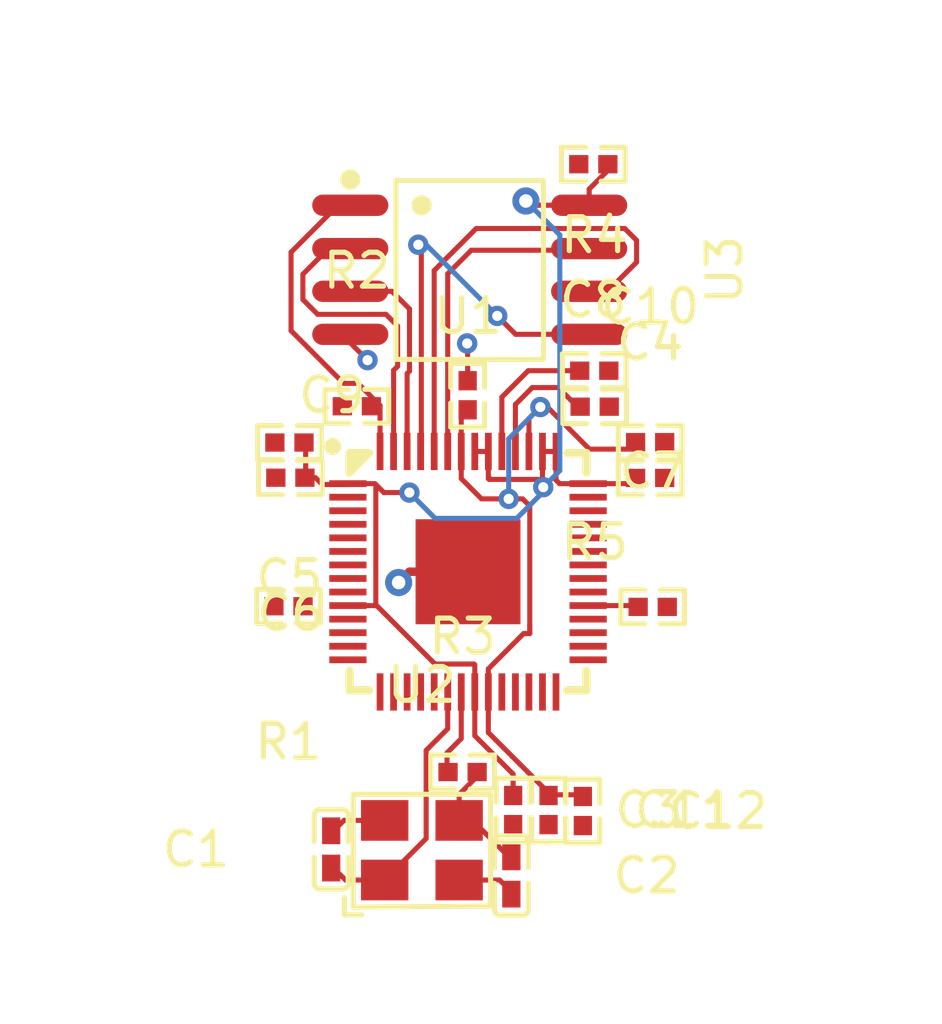
<source format=kicad_pcb>
(kicad_pcb (version 20241229) (generator "pcbnew") (generator_version "9.0")
  (layers (0 "F.Cu" signal) (2 "B.Cu" signal) (13 "F.Paste" user) (15 "B.Paste" user) (5 "F.SilkS" user "F.Silkscreen") (7 "B.SilkS" user "B.Silkscreen") (1 "F.Mask" user) (3 "B.Mask" user) (25 "Edge.Cuts" user))
  (net 0 "")
  (net 1 "cs")
  (net 2 "io1")
  (net 3 "io2")
  (net 4 "gnd")
  (net 5 "hv")
  (net 6 "io3")
  (net 7 "sck")
  (net 8 "io0")
  (net 9 "xout")
  (net 10 "out")
  (net 11 "cs-1")
  (net 12 "dp")
  (net 13 "dm")
  (net 14 "tx")
  (net 15 "osc-out")
  (net 16 "input")
  (net 17 "gpio0")
  (net 18 "gpio1")
  (net 19 "gpio2")
  (net 20 "gpio3")
  (net 21 "rx")
  (net 22 "sda")
  (net 23 "gpio6")
  (net 24 "gpio7")
  (net 25 "miso")
  (net 26 "scl")
  (net 27 "sck-1")
  (net 28 "mosi")
  (net 29 "gpio12")
  (net 30 "gpio13")
  (net 31 "gpio14")
  (net 32 "gpio15")
  (net 33 "hv-1")
  (net 34 "swclk")
  (net 35 "swdio")
  (net 36 "gpio16")
  (net 37 "gpio17")
  (net 38 "gpio18")
  (net 39 "gpio19")
  (net 40 "gpio22")
  (net 41 "gpio23")
  (net 42 "gpio24")
  (net 43 "gpio25")
  (net 44 "gpio26_a0")
  (net 45 "gpio27_a1")
  (net 46 "gpio28_a2")
  (net 47 "gpio29_a3")
  (net 48 "usb_dp")
  (net 49 "usb_dm")
  (footprint "atopile:C0402-b3ef17" (layer "F.Cu") (at 215.470099 56.743259 -90)
    (property "Reference" "C2" (at 0 -4 0) (layer "F.SilkS"))
    (property "Value" "20pF ±5% 50V C0G")
    (fp_line (start -0.23 0.5) (end -1.02 0.5) (stroke (width 0.15)) (layer "F.SilkS"))
    (fp_line (start 0.23 0.5) (end 1.02 0.5) (stroke (width 0.15)) (layer "F.SilkS"))
    (fp_line (start -1.17 0.35) (end -1.17 -0.35) (stroke (width 0.15)) (layer "F.SilkS"))
    (fp_line (start 1.17 0.35) (end 1.17 -0.35) (stroke (width 0.15)) (layer "F.SilkS"))
    (fp_line (start -1.02 -0.5) (end -0.23 -0.5) (stroke (width 0.15)) (layer "F.SilkS"))
    (fp_line (start 1.02 -0.5) (end 0.23 -0.5) (stroke (width 0.15)) (layer "F.SilkS"))
    (fp_arc (start -1.02 0.5) (mid -1.126066 0.456066) (end -1.17 0.35) (stroke (width 0.15)) (layer "F.SilkS"))
    (fp_arc (start 1.17 0.35) (mid 1.126066 0.456066) (end 1.02 0.5) (stroke (width 0.15)) (layer "F.SilkS"))
    (fp_arc (start -1.17 -0.35) (mid -1.126066 -0.456066) (end -1.02 -0.5) (stroke (width 0.15)) (layer "F.SilkS"))
    (fp_arc (start 1.02 -0.5) (mid 1.126066 -0.456066) (end 1.17 -0.35) (stroke (width 0.15)) (layer "F.SilkS"))
    (fp_text user "${REFERENCE}" (at 0 -4 0) (layer "F.SilkS"))
    (pad "1" smd rect (at -0.55 0 270) (size 0.79 0.54) (layers "F.Cu" "F.Mask" "F.Paste") (net 15 "osc-out"))
    (pad "2" smd rect (at 0.55 0 270) (size 0.79 0.54) (layers "F.Cu" "F.Mask" "F.Paste") (net 4 "gnd"))
  )
  (footprint "atopile:C0402-b3ef17" (layer "F.Cu") (at 210.145978 55.97333 90)
    (property "Reference" "C1" (at 0 -4 0) (layer "F.SilkS"))
    (property "Value" "20pF ±5% 50V C0G")
    (fp_line (start 1.02 -0.5) (end 0.23 -0.5) (stroke (width 0.15)) (layer "F.SilkS"))
    (fp_line (start -1.02 -0.5) (end -0.23 -0.5) (stroke (width 0.15)) (layer "F.SilkS"))
    (fp_line (start 1.17 0.35) (end 1.17 -0.35) (stroke (width 0.15)) (layer "F.SilkS"))
    (fp_line (start -1.17 0.35) (end -1.17 -0.35) (stroke (width 0.15)) (layer "F.SilkS"))
    (fp_line (start 0.23 0.5) (end 1.02 0.5) (stroke (width 0.15)) (layer "F.SilkS"))
    (fp_line (start -0.23 0.5) (end -1.02 0.5) (stroke (width 0.15)) (layer "F.SilkS"))
    (fp_arc (start 1.02 -0.5) (mid 1.126066 -0.456066) (end 1.17 -0.35) (stroke (width 0.15)) (layer "F.SilkS"))
    (fp_arc (start -1.17 -0.35) (mid -1.126066 -0.456066) (end -1.02 -0.5) (stroke (width 0.15)) (layer "F.SilkS"))
    (fp_arc (start 1.17 0.35) (mid 1.126066 0.456066) (end 1.02 0.5) (stroke (width 0.15)) (layer "F.SilkS"))
    (fp_arc (start -1.02 0.5) (mid -1.126066 0.456066) (end -1.17 0.35) (stroke (width 0.15)) (layer "F.SilkS"))
    (fp_text user "${REFERENCE}" (at 0 -4 0) (layer "F.SilkS"))
    (pad "1" smd rect (at -0.55 0 90) (size 0.79 0.54) (layers "F.Cu" "F.Mask" "F.Paste") (net 16 "input"))
    (pad "2" smd rect (at 0.55 0 90) (size 0.79 0.54) (layers "F.Cu" "F.Mask" "F.Paste") (net 4 "gnd"))
  )
  (footprint "lib:R0402" (layer "F.Cu") (at 215.522494 54.811118 -90)
    (property "Reference" "C3" (at 0 -4 0) (layer "F.SilkS"))
    (property "Value" "100nF ±10% 16V X7R")
    (fp_line (start -0.94 0.5) (end -0.94 -0.5) (stroke (width 0.15)) (layer "F.SilkS"))
    (fp_line (start -0.23 0.5) (end -0.94 0.5) (stroke (width 0.15)) (layer "F.SilkS"))
    (fp_line (start 0.23 0.5) (end 0.94 0.5) (stroke (width 0.15)) (layer "F.SilkS"))
    (fp_line (start 0.94 0.5) (end 0.94 -0.5) (stroke (width 0.15)) (layer "F.SilkS"))
    (fp_line (start -0.94 -0.5) (end -0.23 -0.5) (stroke (width 0.15)) (layer "F.SilkS"))
    (fp_line (start 0.94 -0.5) (end 0.23 -0.5) (stroke (width 0.15)) (layer "F.SilkS"))
    (fp_text user "${REFERENCE}" (at 0 -4 0) (layer "F.SilkS"))
    (pad "1" smd rect (at -0.43 0 270) (size 0.57 0.54) (layers "F.Cu" "F.Mask" "F.Paste") (net 5 "hv"))
    (pad "2" smd rect (at 0.43 0 270) (size 0.57 0.54) (layers "F.Cu" "F.Mask" "F.Paste") (net 4 "gnd"))
  )
  (footprint "atopile:R0402-56259e" (layer "F.Cu") (at 208.882969 48.794128 180)
    (property "Reference" "R1" (at 0 -4 0) (layer "F.SilkS"))
    (property "Value" "10kΩ ±1% 62.5mW")
    (fp_line (start 0.94 0.5) (end 0.94 -0.5) (stroke (width 0.15)) (layer "F.SilkS"))
    (fp_line (start 0.94 -0.5) (end 0.23 -0.5) (stroke (width 0.15)) (layer "F.SilkS"))
    (fp_line (start 0.23 0.5) (end 0.94 0.5) (stroke (width 0.15)) (layer "F.SilkS"))
    (fp_line (start -0.23 0.5) (end -0.94 0.5) (stroke (width 0.15)) (layer "F.SilkS"))
    (fp_line (start -0.94 0.5) (end -0.94 -0.5) (stroke (width 0.15)) (layer "F.SilkS"))
    (fp_line (start -0.94 -0.5) (end -0.23 -0.5) (stroke (width 0.15)) (layer "F.SilkS"))
    (fp_text user "${REFERENCE}" (at 0 -4 0) (layer "F.SilkS"))
    (pad "1" smd rect (at -0.43 0 180) (size 0.57 0.54) (layers "F.Cu" "F.Mask" "F.Paste") (net 5 "hv"))
    (pad "2" smd rect (at 0.43 0 180) (size 0.57 0.54) (layers "F.Cu" "F.Mask" "F.Paste") (net 10 "out"))
  )
  (footprint "lib:R0402" (layer "F.Cu") (at 208.94019 44.999749 180)
    (property "Reference" "C6" (at 0 -4 0) (layer "F.SilkS"))
    (property "Value" "100nF ±10% 16V X7R")
    (fp_line (start 0.94 0.5) (end 0.94 -0.5) (stroke (width 0.15)) (layer "F.SilkS"))
    (fp_line (start 0.94 -0.5) (end 0.23 -0.5) (stroke (width 0.15)) (layer "F.SilkS"))
    (fp_line (start 0.23 0.5) (end 0.94 0.5) (stroke (width 0.15)) (layer "F.SilkS"))
    (fp_line (start -0.23 0.5) (end -0.94 0.5) (stroke (width 0.15)) (layer "F.SilkS"))
    (fp_line (start -0.94 0.5) (end -0.94 -0.5) (stroke (width 0.15)) (layer "F.SilkS"))
    (fp_line (start -0.94 -0.5) (end -0.23 -0.5) (stroke (width 0.15)) (layer "F.SilkS"))
    (fp_text user "${REFERENCE}" (at 0 -4 0) (layer "F.SilkS"))
    (pad "1" smd rect (at -0.43 0 180) (size 0.57 0.54) (layers "F.Cu" "F.Mask" "F.Paste") (net 5 "hv"))
    (pad "2" smd rect (at 0.43 0 180) (size 0.57 0.54) (layers "F.Cu" "F.Mask" "F.Paste") (net 4 "gnd"))
  )
  (footprint "lib:R0402" (layer "F.Cu") (at 219.572229 43.949483)
    (property "Reference" "C10" (at 0 -4 0) (layer "F.SilkS"))
    (property "Value" "100nF ±10% 16V X7R")
    (fp_line (start -0.94 -0.5) (end -0.23 -0.5) (stroke (width 0.15)) (layer "F.SilkS"))
    (fp_line (start -0.94 0.5) (end -0.94 -0.5) (stroke (width 0.15)) (layer "F.SilkS"))
    (fp_line (start -0.23 0.5) (end -0.94 0.5) (stroke (width 0.15)) (layer "F.SilkS"))
    (fp_line (start 0.23 0.5) (end 0.94 0.5) (stroke (width 0.15)) (layer "F.SilkS"))
    (fp_line (start 0.94 -0.5) (end 0.23 -0.5) (stroke (width 0.15)) (layer "F.SilkS"))
    (fp_line (start 0.94 0.5) (end 0.94 -0.5) (stroke (width 0.15)) (layer "F.SilkS"))
    (fp_text user "${REFERENCE}" (at 0 -4 0) (layer "F.SilkS"))
    (pad "1" smd rect (at -0.43 0) (size 0.57 0.54) (layers "F.Cu" "F.Mask" "F.Paste") (net 33 "hv-1"))
    (pad "2" smd rect (at 0.43 0) (size 0.57 0.54) (layers "F.Cu" "F.Mask" "F.Paste") (net 4 "gnd"))
  )
  (footprint "lib:R0402" (layer "F.Cu") (at 219.572229 45.006223)
    (property "Reference" "C4" (at 0 -4 0) (layer "F.SilkS"))
    (property "Value" "100nF ±10% 16V X7R")
    (fp_line (start -0.94 -0.5) (end -0.23 -0.5) (stroke (width 0.15)) (layer "F.SilkS"))
    (fp_line (start -0.94 0.5) (end -0.94 -0.5) (stroke (width 0.15)) (layer "F.SilkS"))
    (fp_line (start -0.23 0.5) (end -0.94 0.5) (stroke (width 0.15)) (layer "F.SilkS"))
    (fp_line (start 0.23 0.5) (end 0.94 0.5) (stroke (width 0.15)) (layer "F.SilkS"))
    (fp_line (start 0.94 -0.5) (end 0.23 -0.5) (stroke (width 0.15)) (layer "F.SilkS"))
    (fp_line (start 0.94 0.5) (end 0.94 -0.5) (stroke (width 0.15)) (layer "F.SilkS"))
    (fp_text user "${REFERENCE}" (at 0 -4 0) (layer "F.SilkS"))
    (pad "1" smd rect (at -0.43 0) (size 0.57 0.54) (layers "F.Cu" "F.Mask" "F.Paste") (net 5 "hv"))
    (pad "2" smd rect (at 0.43 0) (size 0.57 0.54) (layers "F.Cu" "F.Mask" "F.Paste") (net 4 "gnd"))
  )
  (footprint "lib:R0402" (layer "F.Cu") (at 216.569449 54.811118 -90)
    (property "Reference" "C11" (at 0 -4 0) (layer "F.SilkS"))
    (property "Value" "100nF ±10% 16V X7R")
    (fp_line (start -0.94 0.5) (end -0.94 -0.5) (stroke (width 0.15)) (layer "F.SilkS"))
    (fp_line (start -0.23 0.5) (end -0.94 0.5) (stroke (width 0.15)) (layer "F.SilkS"))
    (fp_line (start 0.23 0.5) (end 0.94 0.5) (stroke (width 0.15)) (layer "F.SilkS"))
    (fp_line (start 0.94 0.5) (end 0.94 -0.5) (stroke (width 0.15)) (layer "F.SilkS"))
    (fp_line (start -0.94 -0.5) (end -0.23 -0.5) (stroke (width 0.15)) (layer "F.SilkS"))
    (fp_line (start 0.94 -0.5) (end 0.23 -0.5) (stroke (width 0.15)) (layer "F.SilkS"))
    (fp_text user "${REFERENCE}" (at 0 -4 0) (layer "F.SilkS"))
    (pad "1" smd rect (at -0.43 0 270) (size 0.57 0.54) (layers "F.Cu" "F.Mask" "F.Paste") (net 33 "hv-1"))
    (pad "2" smd rect (at 0.43 0 270) (size 0.57 0.54) (layers "F.Cu" "F.Mask" "F.Paste") (net 4 "gnd"))
  )
  (footprint "lib:R0402" (layer "F.Cu") (at 217.583653 54.839553 -90)
    (property "Reference" "C12" (at 0 -4 0) (layer "F.SilkS"))
    (property "Value" "1µF ±10% 16V X5R")
    (fp_line (start -0.94 0.5) (end -0.94 -0.5) (stroke (width 0.15)) (layer "F.SilkS"))
    (fp_line (start -0.23 0.5) (end -0.94 0.5) (stroke (width 0.15)) (layer "F.SilkS"))
    (fp_line (start 0.23 0.5) (end 0.94 0.5) (stroke (width 0.15)) (layer "F.SilkS"))
    (fp_line (start 0.94 0.5) (end 0.94 -0.5) (stroke (width 0.15)) (layer "F.SilkS"))
    (fp_line (start -0.94 -0.5) (end -0.23 -0.5) (stroke (width 0.15)) (layer "F.SilkS"))
    (fp_line (start 0.94 -0.5) (end 0.23 -0.5) (stroke (width 0.15)) (layer "F.SilkS"))
    (fp_text user "${REFERENCE}" (at 0 -4 0) (layer "F.SilkS"))
    (pad "1" smd rect (at -0.43 0 270) (size 0.57 0.54) (layers "F.Cu" "F.Mask" "F.Paste") (net 33 "hv-1"))
    (pad "2" smd rect (at 0.43 0 270) (size 0.57 0.54) (layers "F.Cu" "F.Mask" "F.Paste") (net 4 "gnd"))
  )
  (footprint "lib:R0402" (layer "F.Cu") (at 208.912154 43.961023 180)
    (property "Reference" "C5" (at 0 -4 0) (layer "F.SilkS"))
    (property "Value" "100nF ±10% 16V X7R")
    (fp_line (start 0.94 0.5) (end 0.94 -0.5) (stroke (width 0.15)) (layer "F.SilkS"))
    (fp_line (start 0.94 -0.5) (end 0.23 -0.5) (stroke (width 0.15)) (layer "F.SilkS"))
    (fp_line (start 0.23 0.5) (end 0.94 0.5) (stroke (width 0.15)) (layer "F.SilkS"))
    (fp_line (start -0.23 0.5) (end -0.94 0.5) (stroke (width 0.15)) (layer "F.SilkS"))
    (fp_line (start -0.94 0.5) (end -0.94 -0.5) (stroke (width 0.15)) (layer "F.SilkS"))
    (fp_line (start -0.94 -0.5) (end -0.23 -0.5) (stroke (width 0.15)) (layer "F.SilkS"))
    (fp_text user "${REFERENCE}" (at 0 -4 0) (layer "F.SilkS"))
    (pad "1" smd rect (at -0.43 0 180) (size 0.57 0.54) (layers "F.Cu" "F.Mask" "F.Paste") (net 5 "hv"))
    (pad "2" smd rect (at 0.43 0 180) (size 0.57 0.54) (layers "F.Cu" "F.Mask" "F.Paste") (net 4 "gnd"))
  )
  (footprint "atopile:R0402-56259e" (layer "F.Cu") (at 214.029061 53.688372)
    (property "Reference" "R3" (at 0 -4 0) (layer "F.SilkS"))
    (property "Value" "1kΩ ±1% 62.5mW")
    (fp_line (start -0.94 -0.5) (end -0.23 -0.5) (stroke (width 0.15)) (layer "F.SilkS"))
    (fp_line (start -0.94 0.5) (end -0.94 -0.5) (stroke (width 0.15)) (layer "F.SilkS"))
    (fp_line (start -0.23 0.5) (end -0.94 0.5) (stroke (width 0.15)) (layer "F.SilkS"))
    (fp_line (start 0.23 0.5) (end 0.94 0.5) (stroke (width 0.15)) (layer "F.SilkS"))
    (fp_line (start 0.94 -0.5) (end 0.23 -0.5) (stroke (width 0.15)) (layer "F.SilkS"))
    (fp_line (start 0.94 0.5) (end 0.94 -0.5) (stroke (width 0.15)) (layer "F.SilkS"))
    (fp_text user "${REFERENCE}" (at 0 -4 0) (layer "F.SilkS"))
    (pad "1" smd rect (at -0.43 0) (size 0.57 0.54) (layers "F.Cu" "F.Mask" "F.Paste") (net 9 "xout"))
    (pad "2" smd rect (at 0.43 0) (size 0.57 0.54) (layers "F.Cu" "F.Mask" "F.Paste") (net 15 "osc-out"))
  )
  (footprint "atopile:R0402-56259e" (layer "F.Cu") (at 217.933285 42.902631 180)
    (property "Reference" "R5" (at 0 -4 0) (layer "F.SilkS"))
    (property "Value" "27Ω ±1% 62.5mW")
    (fp_line (start 0.94 0.5) (end 0.94 -0.5) (stroke (width 0.15)) (layer "F.SilkS"))
    (fp_line (start 0.94 -0.5) (end 0.23 -0.5) (stroke (width 0.15)) (layer "F.SilkS"))
    (fp_line (start 0.23 0.5) (end 0.94 0.5) (stroke (width 0.15)) (layer "F.SilkS"))
    (fp_line (start -0.23 0.5) (end -0.94 0.5) (stroke (width 0.15)) (layer "F.SilkS"))
    (fp_line (start -0.94 0.5) (end -0.94 -0.5) (stroke (width 0.15)) (layer "F.SilkS"))
    (fp_line (start -0.94 -0.5) (end -0.23 -0.5) (stroke (width 0.15)) (layer "F.SilkS"))
    (fp_text user "${REFERENCE}" (at 0 -4 0) (layer "F.SilkS"))
    (pad "1" smd rect (at -0.43 0 180) (size 0.57 0.54) (layers "F.Cu" "F.Mask" "F.Paste") (net 13 "dm"))
    (pad "2" smd rect (at 0.43 0 180) (size 0.57 0.54) (layers "F.Cu" "F.Mask" "F.Paste") (net 49 "usb_dm"))
  )
  (footprint "atopile:R0402-56259e" (layer "F.Cu") (at 217.920329 41.840176)
    (property "Reference" "R4" (at 0 -4 0) (layer "F.SilkS"))
    (property "Value" "27Ω ±1% 62.5mW")
    (fp_line (start -0.94 -0.5) (end -0.23 -0.5) (stroke (width 0.15)) (layer "F.SilkS"))
    (fp_line (start -0.94 0.5) (end -0.94 -0.5) (stroke (width 0.15)) (layer "F.SilkS"))
    (fp_line (start -0.23 0.5) (end -0.94 0.5) (stroke (width 0.15)) (layer "F.SilkS"))
    (fp_line (start 0.23 0.5) (end 0.94 0.5) (stroke (width 0.15)) (layer "F.SilkS"))
    (fp_line (start 0.94 -0.5) (end 0.23 -0.5) (stroke (width 0.15)) (layer "F.SilkS"))
    (fp_line (start 0.94 0.5) (end 0.94 -0.5) (stroke (width 0.15)) (layer "F.SilkS"))
    (fp_text user "${REFERENCE}" (at 0 -4 0) (layer "F.SilkS"))
    (pad "1" smd rect (at -0.43 0) (size 0.57 0.54) (layers "F.Cu" "F.Mask" "F.Paste") (net 48 "usb_dp"))
    (pad "2" smd rect (at 0.43 0) (size 0.57 0.54) (layers "F.Cu" "F.Mask" "F.Paste") (net 12 "dp"))
  )
  (footprint "lib:OSC-SMD_4P-L3.2-W2.5-BL" (layer "F.Cu") (at 212.827034 55.996559)
    (property "Reference" "U2" (at 0 -4.88 0) (layer "F.SilkS"))
    (property "Value" "")
    (fp_line (start -2.29 1.4) (end -2.29 1.91) (stroke (width 0.15)) (layer "F.SilkS"))
    (fp_line (start -2.29 1.91) (end -1.78 1.91) (stroke (width 0.15)) (layer "F.SilkS"))
    (fp_line (start -2.03 -1.65) (end 2.03 -1.65) (stroke (width 0.15)) (layer "F.SilkS"))
    (fp_line (start -2.03 1.68) (end -2.03 -1.65) (stroke (width 0.15)) (layer "F.SilkS"))
    (fp_line (start 2.03 -1.65) (end 2.03 0) (stroke (width 0.15)) (layer "F.SilkS"))
    (fp_line (start 2.03 0) (end 2.03 1.65) (stroke (width 0.15)) (layer "F.SilkS"))
    (fp_line (start 2.03 1.65) (end -2.03 1.68) (stroke (width 0.15)) (layer "F.SilkS"))
    (fp_line (start 2.03 1.65) (end 2.03 1.65) (stroke (width 0.15)) (layer "F.SilkS"))
    (pad "1" smd rect (at -1.1 0.88) (size 1.4 1.2) (layers "F.Cu" "F.Mask" "F.Paste") (net 16 "input"))
    (pad "2" smd rect (at 1.1 0.88) (size 1.4 1.2) (layers "F.Cu" "F.Mask" "F.Paste") (net 4 "gnd"))
    (pad "3" smd rect (at 1.1 -0.88) (size 1.4 1.2) (layers "F.Cu" "F.Mask" "F.Paste") (net 15 "osc-out"))
    (pad "4" smd rect (at -1.1 -0.88) (size 1.4 1.2) (layers "F.Cu" "F.Mask" "F.Paste") (net 4 "gnd"))
  )
  (footprint "lib:R0402" (layer "F.Cu") (at 219.647836 48.812532)
    (property "Reference" "C7" (at 0 -4 0) (layer "F.SilkS"))
    (property "Value" "100nF ±10% 16V X7R")
    (fp_line (start -0.94 -0.5) (end -0.23 -0.5) (stroke (width 0.15)) (layer "F.SilkS"))
    (fp_line (start -0.94 0.5) (end -0.94 -0.5) (stroke (width 0.15)) (layer "F.SilkS"))
    (fp_line (start -0.23 0.5) (end -0.94 0.5) (stroke (width 0.15)) (layer "F.SilkS"))
    (fp_line (start 0.23 0.5) (end 0.94 0.5) (stroke (width 0.15)) (layer "F.SilkS"))
    (fp_line (start 0.94 -0.5) (end 0.23 -0.5) (stroke (width 0.15)) (layer "F.SilkS"))
    (fp_line (start 0.94 0.5) (end 0.94 -0.5) (stroke (width 0.15)) (layer "F.SilkS"))
    (fp_text user "${REFERENCE}" (at 0 -4 0) (layer "F.SilkS"))
    (pad "1" smd rect (at -0.43 0) (size 0.57 0.54) (layers "F.Cu" "F.Mask" "F.Paste") (net 5 "hv"))
    (pad "2" smd rect (at 0.43 0) (size 0.57 0.54) (layers "F.Cu" "F.Mask" "F.Paste") (net 4 "gnd"))
  )
  (footprint "lib:LQFN-56_L7.0-W7.0-P0.4-EP" (layer "F.Cu") (at 214.19 47.775)
    (property "Reference" "U1" (at 0 -7.55 0) (layer "F.SilkS"))
    (property "Value" "")
    (fp_line (start -3.5 -3.5) (end -2.93 -3.5) (stroke (width 0.25)) (layer "F.SilkS"))
    (fp_line (start -3.5 -2.93) (end -3.5 -3.5) (stroke (width 0.25)) (layer "F.SilkS"))
    (fp_line (start -3.5 -2.93) (end -2.93 -3.5) (stroke (width 0.25)) (layer "F.SilkS"))
    (fp_line (start -3.5 3.5) (end -3.5 2.93) (stroke (width 0.25)) (layer "F.SilkS"))
    (fp_line (start -3.4 3.5) (end -3.5 3.5) (stroke (width 0.25)) (layer "F.SilkS"))
    (fp_line (start -3.24 -3.5) (end -3.24 -3.4) (stroke (width 0.25)) (layer "F.SilkS"))
    (fp_line (start -3.24 -3.4) (end -3.5 -3.14) (stroke (width 0.25)) (layer "F.SilkS"))
    (fp_line (start -2.93 3.5) (end -3.4 3.5) (stroke (width 0.25)) (layer "F.SilkS"))
    (fp_line (start 2.93 -3.5) (end 3.5 -3.5) (stroke (width 0.25)) (layer "F.SilkS"))
    (fp_line (start 3.5 -3.5) (end 3.5 -2.93) (stroke (width 0.25)) (layer "F.SilkS"))
    (fp_line (start 3.5 2.93) (end 3.5 3.5) (stroke (width 0.25)) (layer "F.SilkS"))
    (fp_line (start 3.5 3.5) (end 2.93 3.5) (stroke (width 0.25)) (layer "F.SilkS"))
    (fp_circle (center -4 -3.7) (end -3.87 -3.7) (stroke (width 0.25)) (fill no) (layer "F.SilkS"))
    (pad "1" smd rect (at -3.55 -2.6) (size 1.1 0.2) (layers "F.Cu" "F.Mask" "F.Paste") (net 5 "hv"))
    (pad "2" smd rect (at -3.55 -2.2) (size 1.1 0.2) (layers "F.Cu" "F.Mask" "F.Paste") (net 17 "gpio0"))
    (pad "3" smd rect (at -3.55 -1.8) (size 1.1 0.2) (layers "F.Cu" "F.Mask" "F.Paste") (net 18 "gpio1"))
    (pad "4" smd rect (at -3.55 -1.4) (size 1.1 0.2) (layers "F.Cu" "F.Mask" "F.Paste") (net 19 "gpio2"))
    (pad "5" smd rect (at -3.55 -1) (size 1.1 0.2) (layers "F.Cu" "F.Mask" "F.Paste") (net 20 "gpio3"))
    (pad "6" smd rect (at -3.55 -0.6) (size 1.1 0.2) (layers "F.Cu" "F.Mask" "F.Paste") (net 14 "tx"))
    (pad "7" smd rect (at -3.55 -0.2) (size 1.1 0.2) (layers "F.Cu" "F.Mask" "F.Paste") (net 21 "rx"))
    (pad "8" smd rect (at -3.55 0.2) (size 1.1 0.2) (layers "F.Cu" "F.Mask" "F.Paste") (net 23 "gpio6"))
    (pad "9" smd rect (at -3.55 0.6) (size 1.1 0.2) (layers "F.Cu" "F.Mask" "F.Paste") (net 24 "gpio7"))
    (pad "10" smd rect (at -3.55 1) (size 1.1 0.2) (layers "F.Cu" "F.Mask" "F.Paste") (net 5 "hv"))
    (pad "11" smd rect (at -3.55 1.4) (size 1.1 0.2) (layers "F.Cu" "F.Mask" "F.Paste") (net 25 "miso"))
    (pad "12" smd rect (at -3.55 1.8) (size 1.1 0.2) (layers "F.Cu" "F.Mask" "F.Paste") (net 11 "cs-1"))
    (pad "13" smd rect (at -3.55 2.2) (size 1.1 0.2) (layers "F.Cu" "F.Mask" "F.Paste") (net 7 "sck"))
    (pad "14" smd rect (at -3.55 2.6) (size 1.1 0.2) (layers "F.Cu" "F.Mask" "F.Paste") (net 28 "mosi"))
    (pad "15" smd rect (at -2.6 3.55 90) (size 1.1 0.2) (layers "F.Cu" "F.Mask" "F.Paste") (net 29 "gpio12"))
    (pad "16" smd rect (at -2.2 3.55 90) (size 1.1 0.2) (layers "F.Cu" "F.Mask" "F.Paste") (net 30 "gpio13"))
    (pad "17" smd rect (at -1.8 3.55 90) (size 1.1 0.2) (layers "F.Cu" "F.Mask" "F.Paste") (net 31 "gpio14"))
    (pad "18" smd rect (at -1.4 3.55 90) (size 1.1 0.2) (layers "F.Cu" "F.Mask" "F.Paste") (net 32 "gpio15"))
    (pad "19" smd rect (at -1 3.55 90) (size 1.1 0.2) (layers "F.Cu" "F.Mask" "F.Paste") (net 4 "gnd"))
    (pad "20" smd rect (at -0.6 3.55 90) (size 1.1 0.2) (layers "F.Cu" "F.Mask" "F.Paste") (net 16 "input"))
    (pad "21" smd rect (at -0.2 3.55 90) (size 1.1 0.2) (layers "F.Cu" "F.Mask" "F.Paste") (net 9 "xout"))
    (pad "22" smd rect (at 0.2 3.55 90) (size 1.1 0.2) (layers "F.Cu" "F.Mask" "F.Paste") (net 5 "hv"))
    (pad "23" smd rect (at 0.6 3.55 90) (size 1.1 0.2) (layers "F.Cu" "F.Mask" "F.Paste") (net 33 "hv-1"))
    (pad "24" smd rect (at 1 3.55 90) (size 1.1 0.2) (layers "F.Cu" "F.Mask" "F.Paste") (net 34 "swclk"))
    (pad "25" smd rect (at 1.4 3.55 90) (size 1.1 0.2) (layers "F.Cu" "F.Mask" "F.Paste") (net 35 "swdio"))
    (pad "26" smd rect (at 1.8 3.55 90) (size 1.1 0.2) (layers "F.Cu" "F.Mask" "F.Paste") (net 10 "out"))
    (pad "27" smd rect (at 2.2 3.55 90) (size 1.1 0.2) (layers "F.Cu" "F.Mask" "F.Paste") (net 36 "gpio16"))
    (pad "28" smd rect (at 2.6 3.55 90) (size 1.1 0.2) (layers "F.Cu" "F.Mask" "F.Paste") (net 37 "gpio17"))
    (pad "29" smd rect (at 3.55 2.6 180) (size 1.1 0.2) (layers "F.Cu" "F.Mask" "F.Paste") (net 38 "gpio18"))
    (pad "30" smd rect (at 3.55 2.2 180) (size 1.1 0.2) (layers "F.Cu" "F.Mask" "F.Paste") (net 39 "gpio19"))
    (pad "31" smd rect (at 3.55 1.8 180) (size 1.1 0.2) (layers "F.Cu" "F.Mask" "F.Paste") (net 22 "sda"))
    (pad "32" smd rect (at 3.55 1.4 180) (size 1.1 0.2) (layers "F.Cu" "F.Mask" "F.Paste") (net 26 "scl"))
    (pad "33" smd rect (at 3.55 1 180) (size 1.1 0.2) (layers "F.Cu" "F.Mask" "F.Paste") (net 5 "hv"))
    (pad "34" smd rect (at 3.55 0.6 180) (size 1.1 0.2) (layers "F.Cu" "F.Mask" "F.Paste") (net 40 "gpio22"))
    (pad "35" smd rect (at 3.55 0.2 180) (size 1.1 0.2) (layers "F.Cu" "F.Mask" "F.Paste") (net 41 "gpio23"))
    (pad "36" smd rect (at 3.55 -0.2 180) (size 1.1 0.2) (layers "F.Cu" "F.Mask" "F.Paste") (net 42 "gpio24"))
    (pad "37" smd rect (at 3.55 -0.6 180) (size 1.1 0.2) (layers "F.Cu" "F.Mask" "F.Paste") (net 43 "gpio25"))
    (pad "38" smd rect (at 3.55 -1 180) (size 1.1 0.2) (layers "F.Cu" "F.Mask" "F.Paste") (net 44 "gpio26_a0"))
    (pad "39" smd rect (at 3.55 -1.4 180) (size 1.1 0.2) (layers "F.Cu" "F.Mask" "F.Paste") (net 45 "gpio27_a1"))
    (pad "40" smd rect (at 3.55 -1.8 180) (size 1.1 0.2) (layers "F.Cu" "F.Mask" "F.Paste") (net 46 "gpio28_a2"))
    (pad "41" smd rect (at 3.55 -2.2 180) (size 1.1 0.2) (layers "F.Cu" "F.Mask" "F.Paste") (net 47 "gpio29_a3"))
    (pad "42" smd rect (at 3.55 -2.6 180) (size 1.1 0.2) (layers "F.Cu" "F.Mask" "F.Paste") (net 5 "hv"))
    (pad "43" smd rect (at 2.6 -3.55 270) (size 1.1 0.2) (layers "F.Cu" "F.Mask" "F.Paste") (net 5 "hv"))
    (pad "44" smd rect (at 2.2 -3.55 270) (size 1.1 0.2) (layers "F.Cu" "F.Mask" "F.Paste") (net 5 "hv"))
    (pad "45" smd rect (at 1.8 -3.55 270) (size 1.1 0.2) (layers "F.Cu" "F.Mask" "F.Paste") (net 33 "hv-1"))
    (pad "46" smd rect (at 1.4 -3.55 270) (size 1.1 0.2) (layers "F.Cu" "F.Mask" "F.Paste") (net 49 "usb_dm"))
    (pad "47" smd rect (at 1 -3.55 270) (size 1.1 0.2) (layers "F.Cu" "F.Mask" "F.Paste") (net 48 "usb_dp"))
    (pad "48" smd rect (at 0.6 -3.55 270) (size 1.1 0.2) (layers "F.Cu" "F.Mask" "F.Paste") (net 5 "hv"))
    (pad "49" smd rect (at 0.2 -3.55 270) (size 1.1 0.2) (layers "F.Cu" "F.Mask" "F.Paste") (net 5 "hv"))
    (pad "50" smd rect (at -0.2 -3.55 270) (size 1.1 0.2) (layers "F.Cu" "F.Mask" "F.Paste") (net 33 "hv-1"))
    (pad "51" smd rect (at -0.6 -3.55 270) (size 1.1 0.2) (layers "F.Cu" "F.Mask" "F.Paste") (net 6 "io3"))
    (pad "52" smd rect (at -1 -3.55 270) (size 1.1 0.2) (layers "F.Cu" "F.Mask" "F.Paste") (net 27 "sck-1"))
    (pad "53" smd rect (at -1.4 -3.55 270) (size 1.1 0.2) (layers "F.Cu" "F.Mask" "F.Paste") (net 8 "io0"))
    (pad "54" smd rect (at -1.8 -3.55 270) (size 1.1 0.2) (layers "F.Cu" "F.Mask" "F.Paste") (net 3 "io2"))
    (pad "55" smd rect (at -2.2 -3.55 270) (size 1.1 0.2) (layers "F.Cu" "F.Mask" "F.Paste") (net 2 "io1"))
    (pad "56" smd rect (at -2.6 -3.55 270) (size 1.1 0.2) (layers "F.Cu" "F.Mask" "F.Paste") (net 1 "cs"))
    (pad "57" smd rect (at 0 0) (size 3.1 3.1) (layers "F.Cu" "F.Mask" "F.Paste") (net 4 "gnd"))
  )
  (footprint "lib:R0402" (layer "F.Cu") (at 214.178902 42.565059 90)
    (property "Reference" "C9" (at 0 -4 0) (layer "F.SilkS"))
    (property "Value" "100nF ±10% 16V X7R")
    (fp_line (start 0.94 -0.5) (end 0.23 -0.5) (stroke (width 0.15)) (layer "F.SilkS"))
    (fp_line (start -0.94 -0.5) (end -0.23 -0.5) (stroke (width 0.15)) (layer "F.SilkS"))
    (fp_line (start 0.94 0.5) (end 0.94 -0.5) (stroke (width 0.15)) (layer "F.SilkS"))
    (fp_line (start 0.23 0.5) (end 0.94 0.5) (stroke (width 0.15)) (layer "F.SilkS"))
    (fp_line (start -0.23 0.5) (end -0.94 0.5) (stroke (width 0.15)) (layer "F.SilkS"))
    (fp_line (start -0.94 0.5) (end -0.94 -0.5) (stroke (width 0.15)) (layer "F.SilkS"))
    (fp_text user "${REFERENCE}" (at 0 -4 0) (layer "F.SilkS"))
    (pad "1" smd rect (at -0.43 0 90) (size 0.57 0.54) (layers "F.Cu" "F.Mask" "F.Paste") (net 33 "hv-1"))
    (pad "2" smd rect (at 0.43 0 90) (size 0.57 0.54) (layers "F.Cu" "F.Mask" "F.Paste") (net 4 "gnd"))
  )
  (footprint "lib:R0402" (layer "F.Cu") (at 217.892441 35.744532 180)
    (property "Reference" "C8" (at 0 -4 0) (layer "F.SilkS"))
    (property "Value" "1µF ±10% 16V X5R")
    (fp_line (start 0.94 0.5) (end 0.94 -0.5) (stroke (width 0.15)) (layer "F.SilkS"))
    (fp_line (start 0.94 -0.5) (end 0.23 -0.5) (stroke (width 0.15)) (layer "F.SilkS"))
    (fp_line (start 0.23 0.5) (end 0.94 0.5) (stroke (width 0.15)) (layer "F.SilkS"))
    (fp_line (start -0.23 0.5) (end -0.94 0.5) (stroke (width 0.15)) (layer "F.SilkS"))
    (fp_line (start -0.94 0.5) (end -0.94 -0.5) (stroke (width 0.15)) (layer "F.SilkS"))
    (fp_line (start -0.94 -0.5) (end -0.23 -0.5) (stroke (width 0.15)) (layer "F.SilkS"))
    (fp_text user "${REFERENCE}" (at 0 -4 0) (layer "F.SilkS"))
    (pad "1" smd rect (at -0.43 0 180) (size 0.57 0.54) (layers "F.Cu" "F.Mask" "F.Paste") (net 5 "hv"))
    (pad "2" smd rect (at 0.43 0 180) (size 0.57 0.54) (layers "F.Cu" "F.Mask" "F.Paste") (net 4 "gnd"))
  )
  (footprint "atopile:R0402-56259e" (layer "F.Cu") (at 210.904604 42.889211)
    (property "Reference" "R2" (at 0 -4 0) (layer "F.SilkS"))
    (property "Value" "10kΩ ±1% 62.5mW")
    (fp_line (start -0.94 -0.5) (end -0.23 -0.5) (stroke (width 0.15)) (layer "F.SilkS"))
    (fp_line (start -0.94 0.5) (end -0.94 -0.5) (stroke (width 0.15)) (layer "F.SilkS"))
    (fp_line (start -0.23 0.5) (end -0.94 0.5) (stroke (width 0.15)) (layer "F.SilkS"))
    (fp_line (start 0.23 0.5) (end 0.94 0.5) (stroke (width 0.15)) (layer "F.SilkS"))
    (fp_line (start 0.94 -0.5) (end 0.23 -0.5) (stroke (width 0.15)) (layer "F.SilkS"))
    (fp_line (start 0.94 0.5) (end 0.94 -0.5) (stroke (width 0.15)) (layer "F.SilkS"))
    (fp_text user "${REFERENCE}" (at 0 -4 0) (layer "F.SilkS"))
    (pad "1" smd rect (at -0.43 0) (size 0.57 0.54) (layers "F.Cu" "F.Mask" "F.Paste") (net 5 "hv"))
    (pad "2" smd rect (at 0.43 0) (size 0.57 0.54) (layers "F.Cu" "F.Mask" "F.Paste") (net 1 "cs"))
  )
  (footprint "lib:SOIC-8_L5.3-W5.3-P1.27-LS8.0-BL" (layer "F.Cu") (at 214.240314 38.866072 -90)
    (property "Reference" "U3" (at 0 -7.53 90) (layer "F.SilkS"))
    (property "Value" "")
    (fp_line (start -2.64 2.18) (end -2.64 -2.18) (stroke (width 0.15)) (layer "F.SilkS"))
    (fp_line (start 2.64 2.18) (end -2.64 2.18) (stroke (width 0.15)) (layer "F.SilkS"))
    (fp_line (start -2.64 -2.18) (end 2.64 -2.18) (stroke (width 0.15)) (layer "F.SilkS"))
    (fp_line (start 2.64 -2.18) (end 2.64 2.18) (stroke (width 0.15)) (layer "F.SilkS"))
    (fp_circle (center -2.67 3.53) (end -2.52 3.53) (stroke (width 0.3)) (fill no) (layer "F.SilkS"))
    (fp_circle (center -1.91 1.42) (end -1.76 1.42) (stroke (width 0.3)) (fill no) (layer "F.SilkS"))
    (pad "1" smd oval (at -1.91 3.53 270) (size 0.63 2.25) (layers "F.Cu" "F.Mask" "F.Paste") (net 1 "cs"))
    (pad "2" smd oval (at -0.63 3.53 270) (size 0.63 2.25) (layers "F.Cu" "F.Mask" "F.Paste") (net 2 "io1"))
    (pad "3" smd oval (at 0.63 3.53 270) (size 0.63 2.25) (layers "F.Cu" "F.Mask" "F.Paste") (net 3 "io2"))
    (pad "4" smd oval (at 1.9 3.53 270) (size 0.63 2.25) (layers "F.Cu" "F.Mask" "F.Paste") (net 4 "gnd"))
    (pad "5" smd oval (at 1.9 -3.53 270) (size 0.63 2.25) (layers "F.Cu" "F.Mask" "F.Paste") (net 8 "io0"))
    (pad "6" smd oval (at 0.63 -3.53 270) (size 0.63 2.25) (layers "F.Cu" "F.Mask" "F.Paste") (net 27 "sck-1"))
    (pad "7" smd oval (at -0.63 -3.53 270) (size 0.63 2.25) (layers "F.Cu" "F.Mask" "F.Paste") (net 6 "io3"))
    (pad "8" smd oval (at -1.91 -3.53 270) (size 0.63 2.25) (layers "F.Cu" "F.Mask" "F.Paste") (net 5 "hv"))
  )
  (segment (start 210.514244 42.214388) (end 210.938847 42.214388) (width 0.15) (layer "F.Cu") (net 1))
  (segment (start 210.345928 36.956072) (end 208.960314 38.341686) (width 0.15) (layer "F.Cu") (net 1))
  (segment (start 210.710314 36.956072) (end 210.345928 36.956072) (width 0.15) (layer "F.Cu") (net 1))
  (segment (start 210.938847 42.214388) (end 211.59 42.865541) (width 0.15) (layer "F.Cu") (net 1))
  (segment (start 211.59 42.865541) (end 211.59 44.225) (width 0.15) (layer "F.Cu") (net 1))
  (segment (start 208.960314 38.341686) (end 208.960314 40.660458) (width 0.15) (layer "F.Cu") (net 1))
  (segment (start 208.960314 40.660458) (end 210.514244 42.214388) (width 0.15) (layer "F.Cu") (net 1))
  (segment (start 211.99 44.225) (end 212.015 44.25) (width 0.15) (layer "F.Cu") (net 2))
  (segment (start 210.065314 38.236072) (end 209.310314 38.991072) (width 0.15) (layer "F.Cu") (net 2))
  (segment (start 211.7647 40.176072) (end 212.110314 40.521686) (width 0.15) (layer "F.Cu") (net 2))
  (segment (start 212.110314 40.521686) (end 212.110314 41.709498) (width 0.15) (layer "F.Cu") (net 2))
  (segment (start 210.710314 38.236072) (end 210.065314 38.236072) (width 0.15) (layer "F.Cu") (net 2))
  (segment (start 212.015 44.25) (end 212.015 44.45) (width 0.15) (layer "F.Cu") (net 2))
  (segment (start 209.745928 40.176072) (end 211.7647 40.176072) (width 0.15) (layer "F.Cu") (net 2))
  (segment (start 212.110314 41.709498) (end 211.99 41.829812) (width 0.15) (layer "F.Cu") (net 2))
  (segment (start 211.99 41.829812) (end 211.99 44.225) (width 0.15) (layer "F.Cu") (net 2))
  (segment (start 209.310314 39.740458) (end 209.745928 40.176072) (width 0.15) (layer "F.Cu") (net 2))
  (segment (start 209.310314 38.991072) (end 209.310314 39.740458) (width 0.15) (layer "F.Cu") (net 2))
  (segment (start 212.460314 40.016866) (end 212.460314 41.854473) (width 0.15) (layer "F.Cu") (net 3))
  (segment (start 212.460314 41.854473) (end 212.39 41.924787) (width 0.15) (layer "F.Cu") (net 3))
  (segment (start 211.93952 39.496072) (end 212.460314 40.016866) (width 0.15) (layer "F.Cu") (net 3))
  (segment (start 210.710314 39.496072) (end 211.93952 39.496072) (width 0.15) (layer "F.Cu") (net 3))
  (segment (start 212.39 41.924787) (end 212.39 44.225) (width 0.15) (layer "F.Cu") (net 3))
  (segment (start 214.178902 41.050294) (end 214.178902 42.085059) (width 0.15) (layer "F.Cu") (net 4))
  (segment (start 210.710314 41.018471) (end 211.2202 41.528357) (width 0.15) (layer "F.Cu") (net 4))
  (segment (start 210.710314 40.766072) (end 210.710314 41.018471) (width 0.15) (layer "F.Cu") (net 4))
  (segment (start 215.123399 56.876559) (end 213.927034 56.876559) (width 0.15) (layer "F.Cu") (net 4))
  (segment (start 215.470099 57.223259) (end 215.123399 56.876559) (width 0.15) (layer "F.Cu") (net 4))
  (segment (start 211.727034 55.116559) (end 210.522749 55.116559) (width 0.15) (layer "F.Cu") (net 4))
  (segment (start 214.19 47.775) (end 212.45842 47.775) (width 0.25) (layer "F.Cu") (net 4))
  (segment (start 212.45842 47.775) (end 212.1395 48.09392) (width 0.25) (layer "F.Cu") (net 4))
  (segment (start 210.522749 55.116559) (end 210.145978 55.49333) (width 0.15) (layer "F.Cu") (net 4))
  (segment (start 214.1645 41.035892) (end 214.178902 41.050294) (width 0.15) (layer "F.Cu") (net 4))
  (via (at 214.1645 41.035892) (size 0.6) (drill 0.3) (layers "F.Cu" "B.Cu") (net 4))
  (via (at 211.2202 41.528357) (size 0.6) (drill 0.3) (layers "F.Cu" "B.Cu") (net 4))
  (via (at 212.1395 48.09392) (size 0.8) (drill 0.4) (layers "F.Cu" "B.Cu") (net 4))
  (segment (start 214.79 45.025) (end 214.815 45) (width 0.15) (layer "F.Cu") (net 5))
  (segment (start 216.365 45.05) (end 216.39 45.025) (width 0.15) (layer "F.Cu") (net 5))
  (segment (start 209.882487 45.2) (end 210.615 45.2) (width 0.15) (layer "F.Cu") (net 5))
  (segment (start 217.770314 36.956072) (end 216.026072 36.956072) (width 0.15) (layer "F.Cu") (net 5))
  (segment (start 219.119712 45.201813) (end 219.092899 45.175) (width 0.15) (layer "F.Cu") (net 5))
  (segment (start 216.79 44.225) (end 216.79 45.069945) (width 0.15) (layer "F.Cu") (net 5))
  (segment (start 209.42019 44.999749) (end 209.682236 44.999749) (width 0.15) (layer "F.Cu") (net 5))
  (segment (start 216.026072 36.956072) (end 215.9 36.83) (width 0.15) (layer "F.Cu") (net 5))
  (segment (start 209.682236 44.999749) (end 209.882487 45.2) (width 0.15) (layer "F.Cu") (net 5))
  (segment (start 214.815 45) (end 214.815 45.05) (width 0.15) (layer "F.Cu") (net 5))
  (segment (start 210.615 45.2) (end 210.64 45.175) (width 0.15) (layer "F.Cu") (net 5))
  (segment (start 211.44 48.775) (end 210.64 48.775) (width 0.15) (layer "F.Cu") (net 5))
  (segment (start 213.215 50.5) (end 214.365 50.5) (width 0.15) (layer "F.Cu") (net 5))
  (segment (start 214.815 45.05) (end 216.365 45.05) (width 0.15) (layer "F.Cu") (net 5))
  (segment (start 214.39 51.325) (end 214.39 52.616683) (width 0.15) (layer "F.Cu") (net 5))
  (segment (start 210.64 45.175) (end 211.44 45.175) (width 0.15) (layer "F.Cu") (net 5))
  (segment (start 214.79 44.225) (end 214.79 45.025) (width 0.15) (layer "F.Cu") (net 5))
  (segment (start 215.522494 53.749177) (end 215.522494 54.331118) (width 0.15) (layer "F.Cu") (net 5))
  (segment (start 216.39 45.025) (end 216.39 44.225) (width 0.15) (layer "F.Cu") (net 5))
  (segment (start 216.895055 45.175) (end 217.74 45.175) (width 0.15) (layer "F.Cu") (net 5))
  (segment (start 214.39 50.525) (end 214.39 51.325) (width 0.15) (layer "F.Cu") (net 5))
  (segment (start 219.130304 48.775) (end 219.167836 48.812532) (width 0.15) (layer "F.Cu") (net 5))
  (segment (start 209.392154 43.961023) (end 209.392154 44.971713) (width 0.15) (layer "F.Cu") (net 5))
  (segment (start 217.770314 36.477756) (end 217.770314 36.956072) (width 0.15) (layer "F.Cu") (net 5))
  (segment (start 217.74 48.775) (end 219.130304 48.775) (width 0.15) (layer "F.Cu") (net 5))
  (segment (start 211.44 45.175) (end 211.465 45.2) (width 0.15) (layer "F.Cu") (net 5))
  (segment (start 214.39 44.225) (end 214.79 44.225) (width 0.15) (layer "F.Cu") (net 5))
  (segment (start 209.392154 44.971713) (end 209.42019 44.999749) (width 0.15) (layer "F.Cu") (net 5))
  (segment (start 218.372441 35.875629) (end 217.770314 36.477756) (width 0.15) (layer "F.Cu") (net 5))
  (segment (start 211.465 48.75) (end 211.44 48.775) (width 0.15) (layer "F.Cu") (net 5))
  (segment (start 211.465 45.2) (end 211.702682 45.437682) (width 0.15) (layer "F.Cu") (net 5))
  (segment (start 211.702682 45.437682) (end 212.457792 45.437682) (width 0.15) (layer "F.Cu") (net 5))
  (segment (start 214.365 50.5) (end 214.39 50.525) (width 0.15) (layer "F.Cu") (net 5))
  (segment (start 219.092899 45.175) (end 217.74 45.175) (width 0.15) (layer "F.Cu") (net 5))
  (segment (start 216.79 44.225) (end 216.39 44.225) (width 0.15) (layer "F.Cu") (net 5))
  (segment (start 216.79 45.069945) (end 216.895055 45.175) (width 0.15) (layer "F.Cu") (net 5))
  (segment (start 218.372441 35.744532) (end 218.372441 35.875629) (width 0.15) (layer "F.Cu") (net 5))
  (segment (start 211.465 48.75) (end 213.215 50.5) (width 0.15) (layer "F.Cu") (net 5))
  (segment (start 211.465 45.2) (end 211.465 48.75) (width 0.15) (layer "F.Cu") (net 5))
  (segment (start 214.39 52.616683) (end 215.522494 53.749177) (width 0.15) (layer "F.Cu") (net 5))
  (via (at 216.413449 45.27956) (size 0.6) (drill 0.3) (layers "F.Cu" "B.Cu") (net 5))
  (via (at 212.457792 45.437682) (size 0.6) (drill 0.3) (layers "F.Cu" "B.Cu") (net 5))
  (via (at 215.9 36.83) (size 0.8) (drill 0.4) (layers "F.Cu" "B.Cu") (net 5))
  (segment (start 216.902524 44.790485) (end 216.413449 45.27956) (width 0.15) (layer "B.Cu") (net 5))
  (segment (start 213.21961 46.1995) (end 212.457792 45.437682) (width 0.15) (layer "B.Cu") (net 5))
  (segment (start 215.629195 46.1995) (end 213.21961 46.1995) (width 0.15) (layer "B.Cu") (net 5))
  (segment (start 216.902524 37.832524) (end 216.902524 44.790485) (width 0.15) (layer "B.Cu") (net 5))
  (segment (start 216.413449 45.27956) (end 216.413449 45.415246) (width 0.15) (layer "B.Cu") (net 5))
  (segment (start 215.9 36.83) (end 216.902524 37.832524) (width 0.15) (layer "B.Cu") (net 5))
  (segment (start 216.413449 45.415246) (end 215.629195 46.1995) (width 0.15) (layer "B.Cu") (net 5))
  (segment (start 217.078044 38.283342) (end 214.285568 38.283342) (width 0.15) (layer "F.Cu") (net 6))
  (segment (start 213.59 38.97891) (end 213.59 44.225) (width 0.15) (layer "F.Cu") (net 6))
  (segment (start 214.285568 38.283342) (end 213.59 38.97891) (width 0.15) (layer "F.Cu") (net 6))
  (segment (start 217.125314 38.236072) (end 217.078044 38.283342) (width 0.15) (layer "F.Cu") (net 6))
  (segment (start 217.770314 38.236072) (end 217.125314 38.236072) (width 0.15) (layer "F.Cu") (net 6))
  (segment (start 218.313928 40.766072) (end 217.770314 40.766072) (width 0.15) (layer "F.Cu") (net 8))
  (segment (start 217.770314 40.766072) (end 215.596654 40.766072) (width 0.15) (layer "F.Cu") (net 8))
  (segment (start 212.810314 38.211062) (end 212.720249 38.120997) (width 0.15) (layer "F.Cu") (net 8))
  (segment (start 212.810314 44.204686) (end 212.810314 38.211062) (width 0.15) (layer "F.Cu") (net 8))
  (segment (start 212.79 44.225) (end 212.810314 44.204686) (width 0.15) (layer "F.Cu") (net 8))
  (segment (start 215.596654 40.766072) (end 215.052828 40.222246) (width 0.15) (layer "F.Cu") (net 8))
  (via (at 212.720249 38.120997) (size 0.6) (drill 0.3) (layers "F.Cu" "B.Cu") (net 8))
  (via (at 215.052828 40.222246) (size 0.6) (drill 0.3) (layers "F.Cu" "B.Cu") (net 8))
  (segment (start 215.052828 40.222246) (end 212.951579 38.120997) (width 0.15) (layer "B.Cu") (net 8))
  (segment (start 212.951579 38.120997) (end 212.720249 38.120997) (width 0.15) (layer "B.Cu") (net 8))
  (segment (start 213.99 52.701462) (end 213.568955 53.122507) (width 0.15) (layer "F.Cu") (net 9))
  (segment (start 213.568955 53.122507) (end 213.568955 53.687004) (width 0.15) (layer "F.Cu") (net 9))
  (segment (start 213.99 51.325) (end 213.99 52.701462) (width 0.15) (layer "F.Cu") (net 9))
  (segment (start 215.470099 56.263259) (end 214.323399 55.116559) (width 0.15) (layer "F.Cu") (net 15))
  (segment (start 214.588955 53.687004) (end 213.927034 54.348925) (width 0.15) (layer "F.Cu") (net 15))
  (segment (start 213.927034 54.348925) (end 213.927034 55.116559) (width 0.15) (layer "F.Cu") (net 15))
  (segment (start 214.323399 55.116559) (end 213.927034 55.116559) (width 0.15) (layer "F.Cu") (net 15))
  (segment (start 210.145978 56.45333) (end 210.569207 56.876559) (width 0.15) (layer "F.Cu") (net 16))
  (segment (start 213.59 52.409944) (end 212.952034 53.04791) (width 0.15) (layer "F.Cu") (net 16))
  (segment (start 210.569207 56.876559) (end 211.727034 56.876559) (width 0.15) (layer "F.Cu") (net 16))
  (segment (start 212.952034 53.04791) (end 212.952034 55.651559) (width 0.15) (layer "F.Cu") (net 16))
  (segment (start 213.59 51.325) (end 213.59 52.409944) (width 0.15) (layer "F.Cu") (net 16))
  (segment (start 212.952034 55.651559) (end 211.727034 56.876559) (width 0.15) (layer "F.Cu") (net 16))
  (segment (start 213.19 38.883936) (end 213.19 44.225) (width 0.15) (layer "F.Cu") (net 27))
  (segment (start 214.431481 37.642455) (end 213.19 38.883936) (width 0.15) (layer "F.Cu") (net 27))
  (segment (start 218.821083 37.642455) (end 214.431481 37.642455) (width 0.15) (layer "F.Cu") (net 27))
  (segment (start 218.313928 39.496072) (end 219.170314 38.639686) (width 0.15) (layer "F.Cu") (net 27))
  (segment (start 217.770314 39.496072) (end 218.313928 39.496072) (width 0.15) (layer "F.Cu") (net 27))
  (segment (start 219.170314 37.991686) (end 218.821083 37.642455) (width 0.15) (layer "F.Cu") (net 27))
  (segment (start 219.170314 38.639686) (end 219.170314 37.991686) (width 0.15) (layer "F.Cu") (net 27))
  (segment (start 217.776009 44.155183) (end 216.534308 42.913482) (width 0.15) (layer "F.Cu") (net 33))
  (segment (start 216.569449 54.301158) (end 216.569449 54.331118) (width 0.15) (layer "F.Cu") (net 33))
  (segment (start 215.99 44.225) (end 215.99 43.251006) (width 0.15) (layer "F.Cu") (net 33))
  (segment (start 213.99 45.025) (end 214.5895 45.6245) (width 0.15) (layer "F.Cu") (net 33))
  (segment (start 214.79 51.325) (end 214.79 50.642635) (width 0.15) (layer "F.Cu") (net 33))
  (segment (start 214.5895 45.6245) (end 215.391022 45.6245) (width 0.15) (layer "F.Cu") (net 33))
  (segment (start 214.79 52.521709) (end 216.569449 54.301158) (width 0.15) (layer "F.Cu") (net 33))
  (segment (start 213.99 44.225) (end 213.99 43.233961) (width 0.15) (layer "F.Cu") (net 33))
  (segment (start 216.534308 42.913482) (end 216.327524 42.913482) (width 0.15) (layer "F.Cu") (net 33))
  (segment (start 213.99 43.233961) (end 214.178902 43.045059) (width 0.15) (layer "F.Cu") (net 33))
  (segment (start 213.99 44.225) (end 213.99 45.025) (width 0.15) (layer "F.Cu") (net 33))
  (segment (start 215.832635 49.6) (end 216.015 49.6) (width 0.15) (layer "F.Cu") (net 33))
  (segment (start 216.597884 54.359553) (end 216.569449 54.331118) (width 0.15) (layer "F.Cu") (net 33))
  (segment (start 215.391022 45.6245) (end 215.8045 45.6245) (width 0.15) (layer "F.Cu") (net 33))
  (segment (start 219.108515 44.155183) (end 217.776009 44.155183) (width 0.15) (layer "F.Cu") (net 33))
  (segment (start 216.015 45.835) (end 216.015 49.6) (width 0.15) (layer "F.Cu") (net 33))
  (segment (start 216.015 49.6) (end 216.015 49.344558) (width 0.15) (layer "F.Cu") (net 33))
  (segment (start 215.8045 45.6245) (end 216.015 45.835) (width 0.15) (layer "F.Cu") (net 33))
  (segment (start 214.79 51.325) (end 214.79 52.521709) (width 0.15) (layer "F.Cu") (net 33))
  (segment (start 215.99 43.251006) (end 216.327524 42.913482) (width 0.15) (layer "F.Cu") (net 33))
  (segment (start 214.79 50.642635) (end 215.832635 49.6) (width 0.15) (layer "F.Cu") (net 33))
  (segment (start 217.583653 54.359553) (end 216.597884 54.359553) (width 0.15) (layer "F.Cu") (net 33))
  (via (at 216.327524 42.913482) (size 0.6) (drill 0.3) (layers "F.Cu" "B.Cu") (net 33))
  (via (at 215.391022 45.6245) (size 0.6) (drill 0.3) (layers "F.Cu" "B.Cu") (net 33))
  (segment (start 215.391022 45.6245) (end 215.391022 43.849984) (width 0.15) (layer "B.Cu") (net 33))
  (segment (start 215.391022 43.849984) (end 216.327524 42.913482) (width 0.15) (layer "B.Cu") (net 33))
  (segment (start 215.19 42.62) (end 215.19 44.225) (width 0.15) (layer "F.Cu") (net 48))
  (segment (start 215.969824 41.840176) (end 215.19 42.62) (width 0.15) (layer "F.Cu") (net 48))
  (segment (start 217.410329 41.840176) (end 215.969824 41.840176) (width 0.15) (layer "F.Cu") (net 48))
  (segment (start 216.089351 42.338482) (end 216.859136 42.338482) (width 0.15) (layer "F.Cu") (net 49))
  (segment (start 215.59 42.837833) (end 216.089351 42.338482) (width 0.15) (layer "F.Cu") (net 49))
  (segment (start 215.59 44.225) (end 215.59 42.837833) (width 0.15) (layer "F.Cu") (net 49))
  (segment (start 216.859136 42.338482) (end 217.423285 42.902631) (width 0.15) (layer "F.Cu") (net 49))
)
</source>
